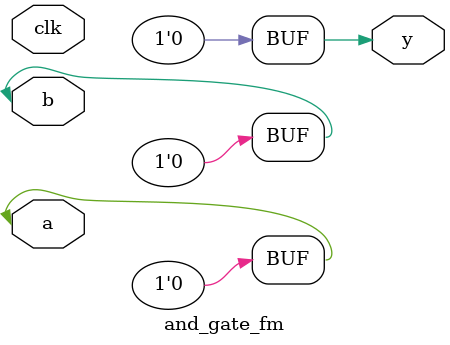
<source format=v>
module and_gate_fm(clk,a,b,y);
    input clk;
    input a,b;
    output y;

    assign a = 1'b0;
    assign b = 1'b0;
    assign y = a & b;
endmodule
</source>
